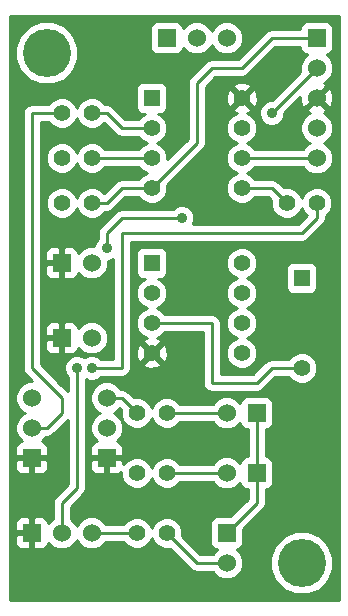
<source format=gtl>
G04 (created by PCBNEW (2013-07-07 BZR 4022)-stable) date 5/14/2015 8:52:31 PM*
%MOIN*%
G04 Gerber Fmt 3.4, Leading zero omitted, Abs format*
%FSLAX34Y34*%
G01*
G70*
G90*
G04 APERTURE LIST*
%ADD10C,0.00590551*%
%ADD11C,0.055*%
%ADD12R,0.06X0.06*%
%ADD13C,0.06*%
%ADD14R,0.055X0.055*%
%ADD15C,0.16*%
%ADD16C,0.035*%
%ADD17C,0.01*%
G04 APERTURE END LIST*
G54D10*
G54D11*
X71500Y-46500D03*
X70500Y-46500D03*
X69000Y-38000D03*
X68000Y-38000D03*
X69000Y-36500D03*
X68000Y-36500D03*
X75500Y-39500D03*
X76500Y-39500D03*
X69000Y-39500D03*
X68000Y-39500D03*
X71500Y-48500D03*
X70500Y-48500D03*
X71500Y-50500D03*
X70500Y-50500D03*
G54D12*
X76500Y-34000D03*
G54D13*
X76500Y-35000D03*
X76500Y-36000D03*
X76500Y-37000D03*
X76500Y-38000D03*
G54D12*
X67000Y-48000D03*
G54D13*
X67000Y-47000D03*
X67000Y-46000D03*
G54D12*
X69500Y-48000D03*
G54D13*
X69500Y-47000D03*
X69500Y-46000D03*
G54D12*
X67000Y-50500D03*
G54D13*
X68000Y-50500D03*
X69000Y-50500D03*
G54D12*
X74500Y-46500D03*
G54D13*
X73500Y-46500D03*
G54D12*
X74500Y-48500D03*
G54D13*
X73500Y-48500D03*
G54D12*
X73500Y-50500D03*
G54D13*
X73500Y-51500D03*
G54D12*
X68000Y-41500D03*
G54D13*
X69000Y-41500D03*
G54D12*
X68000Y-44000D03*
G54D13*
X69000Y-44000D03*
G54D14*
X71000Y-41500D03*
G54D11*
X71000Y-42500D03*
X71000Y-43500D03*
X71000Y-44500D03*
X74000Y-44500D03*
X74000Y-43500D03*
X74000Y-42500D03*
X74000Y-41500D03*
G54D14*
X71000Y-36000D03*
G54D11*
X71000Y-37000D03*
X71000Y-38000D03*
X71000Y-39000D03*
X74000Y-39000D03*
X74000Y-38000D03*
X74000Y-37000D03*
X74000Y-36000D03*
G54D14*
X76000Y-42000D03*
G54D11*
X76000Y-45000D03*
G54D15*
X67500Y-34500D03*
X76000Y-51500D03*
G54D12*
X71500Y-34000D03*
G54D13*
X72500Y-34000D03*
X73500Y-34000D03*
G54D16*
X69500Y-41000D03*
X72000Y-40000D03*
X69000Y-45000D03*
X68500Y-45000D03*
X75000Y-36500D03*
G54D17*
X69500Y-46000D02*
X70000Y-46000D01*
X70000Y-46000D02*
X70500Y-46500D01*
X70000Y-40000D02*
X69500Y-40500D01*
X69500Y-40500D02*
X69500Y-41000D01*
X72000Y-40000D02*
X70000Y-40000D01*
X69000Y-36500D02*
X69500Y-36500D01*
X70000Y-37000D02*
X71000Y-37000D01*
X69500Y-36500D02*
X70000Y-37000D01*
X69000Y-38000D02*
X71000Y-38000D01*
X71500Y-50500D02*
X72500Y-51500D01*
X72500Y-51500D02*
X73500Y-51500D01*
X71500Y-48500D02*
X73500Y-48500D01*
X76000Y-45000D02*
X75000Y-45000D01*
X73000Y-43500D02*
X71000Y-43500D01*
X73000Y-45500D02*
X73000Y-43500D01*
X74500Y-45500D02*
X73000Y-45500D01*
X75000Y-45000D02*
X74500Y-45500D01*
X74000Y-38000D02*
X76500Y-38000D01*
X76500Y-34000D02*
X75000Y-34000D01*
X72500Y-37500D02*
X71000Y-39000D01*
X72500Y-35500D02*
X72500Y-37500D01*
X73000Y-35000D02*
X72500Y-35500D01*
X74000Y-35000D02*
X73000Y-35000D01*
X75000Y-34000D02*
X74000Y-35000D01*
X69000Y-39500D02*
X69500Y-39500D01*
X70000Y-39000D02*
X71000Y-39000D01*
X69500Y-39500D02*
X70000Y-39000D01*
X71500Y-46500D02*
X73500Y-46500D01*
X76500Y-40000D02*
X76000Y-40500D01*
X76000Y-40500D02*
X70000Y-40500D01*
X70000Y-40500D02*
X70000Y-45000D01*
X70000Y-45000D02*
X69000Y-45000D01*
X76500Y-39500D02*
X76500Y-40000D01*
X68000Y-49500D02*
X68500Y-49000D01*
X68500Y-49000D02*
X68500Y-45000D01*
X68000Y-49500D02*
X68000Y-50500D01*
X74000Y-39000D02*
X75000Y-39000D01*
X75000Y-39000D02*
X75500Y-39500D01*
X69000Y-50500D02*
X70500Y-50500D01*
X67000Y-47000D02*
X67500Y-47000D01*
X67000Y-36500D02*
X68000Y-36500D01*
X67000Y-45000D02*
X67000Y-36500D01*
X68000Y-46000D02*
X67000Y-45000D01*
X68000Y-46500D02*
X68000Y-46000D01*
X67500Y-47000D02*
X68000Y-46500D01*
X76500Y-35000D02*
X75000Y-36500D01*
X74500Y-46500D02*
X74500Y-48500D01*
X73500Y-50500D02*
X74500Y-49500D01*
X74500Y-49500D02*
X74500Y-48500D01*
G54D10*
G36*
X77230Y-52730D02*
X77054Y-52730D01*
X77054Y-36081D01*
X77043Y-35863D01*
X76981Y-35712D01*
X76885Y-35684D01*
X76570Y-36000D01*
X76885Y-36315D01*
X76981Y-36287D01*
X77054Y-36081D01*
X77054Y-52730D01*
X77050Y-52730D01*
X77050Y-51292D01*
X77050Y-51291D01*
X77050Y-37891D01*
X76966Y-37688D01*
X76811Y-37534D01*
X76730Y-37500D01*
X76811Y-37466D01*
X76965Y-37311D01*
X77049Y-37109D01*
X77050Y-36891D01*
X76966Y-36688D01*
X76811Y-36534D01*
X76736Y-36502D01*
X76787Y-36481D01*
X76815Y-36385D01*
X76500Y-36070D01*
X76184Y-36385D01*
X76212Y-36481D01*
X76267Y-36500D01*
X76188Y-36533D01*
X76034Y-36688D01*
X75950Y-36890D01*
X75949Y-37108D01*
X76033Y-37311D01*
X76188Y-37465D01*
X76269Y-37499D01*
X76188Y-37533D01*
X76034Y-37688D01*
X76029Y-37700D01*
X74529Y-37700D01*
X74529Y-36075D01*
X74518Y-35867D01*
X74460Y-35727D01*
X74367Y-35702D01*
X74297Y-35773D01*
X74297Y-35632D01*
X74272Y-35539D01*
X74075Y-35470D01*
X73867Y-35481D01*
X73727Y-35539D01*
X73702Y-35632D01*
X74000Y-35929D01*
X74297Y-35632D01*
X74297Y-35773D01*
X74070Y-36000D01*
X74367Y-36297D01*
X74460Y-36272D01*
X74529Y-36075D01*
X74529Y-37700D01*
X74442Y-37700D01*
X74297Y-37555D01*
X74164Y-37499D01*
X74297Y-37445D01*
X74444Y-37297D01*
X74524Y-37104D01*
X74525Y-36896D01*
X74445Y-36703D01*
X74297Y-36555D01*
X74171Y-36502D01*
X74272Y-36460D01*
X74297Y-36367D01*
X74000Y-36070D01*
X73929Y-36141D01*
X73929Y-36000D01*
X73632Y-35702D01*
X73539Y-35727D01*
X73470Y-35924D01*
X73481Y-36132D01*
X73539Y-36272D01*
X73632Y-36297D01*
X73929Y-36000D01*
X73929Y-36141D01*
X73702Y-36367D01*
X73727Y-36460D01*
X73837Y-36499D01*
X73703Y-36554D01*
X73555Y-36702D01*
X73475Y-36895D01*
X73474Y-37103D01*
X73554Y-37297D01*
X73702Y-37444D01*
X73835Y-37500D01*
X73703Y-37554D01*
X73555Y-37702D01*
X73475Y-37895D01*
X73474Y-38103D01*
X73554Y-38297D01*
X73702Y-38444D01*
X73835Y-38500D01*
X73703Y-38554D01*
X73555Y-38702D01*
X73475Y-38895D01*
X73474Y-39103D01*
X73554Y-39297D01*
X73702Y-39444D01*
X73895Y-39524D01*
X74103Y-39525D01*
X74297Y-39445D01*
X74442Y-39300D01*
X74875Y-39300D01*
X74975Y-39399D01*
X74974Y-39603D01*
X75054Y-39797D01*
X75202Y-39944D01*
X75395Y-40024D01*
X75603Y-40025D01*
X75797Y-39945D01*
X75944Y-39797D01*
X76000Y-39664D01*
X76054Y-39797D01*
X76166Y-39909D01*
X75875Y-40200D01*
X72377Y-40200D01*
X72424Y-40084D01*
X72425Y-39915D01*
X72360Y-39759D01*
X72241Y-39639D01*
X72084Y-39575D01*
X71915Y-39574D01*
X71759Y-39639D01*
X71698Y-39700D01*
X70000Y-39700D01*
X69885Y-39722D01*
X69787Y-39787D01*
X69287Y-40287D01*
X69222Y-40385D01*
X69200Y-40500D01*
X69200Y-40698D01*
X69139Y-40758D01*
X69075Y-40915D01*
X69075Y-40950D01*
X68891Y-40949D01*
X68688Y-41033D01*
X68549Y-41172D01*
X68549Y-41150D01*
X68511Y-41058D01*
X68441Y-40987D01*
X68349Y-40949D01*
X68112Y-40950D01*
X68050Y-41012D01*
X68050Y-41450D01*
X68057Y-41450D01*
X68057Y-41550D01*
X68050Y-41550D01*
X68050Y-41987D01*
X68112Y-42050D01*
X68349Y-42050D01*
X68441Y-42012D01*
X68511Y-41941D01*
X68549Y-41849D01*
X68549Y-41827D01*
X68688Y-41965D01*
X68890Y-42049D01*
X69108Y-42050D01*
X69311Y-41966D01*
X69465Y-41811D01*
X69549Y-41609D01*
X69550Y-41425D01*
X69584Y-41425D01*
X69700Y-41377D01*
X69700Y-44700D01*
X69550Y-44700D01*
X69550Y-43891D01*
X69466Y-43688D01*
X69311Y-43534D01*
X69109Y-43450D01*
X68891Y-43449D01*
X68688Y-43533D01*
X68549Y-43672D01*
X68549Y-43650D01*
X68511Y-43558D01*
X68441Y-43487D01*
X68349Y-43449D01*
X68112Y-43450D01*
X68050Y-43512D01*
X68050Y-43950D01*
X68057Y-43950D01*
X68057Y-44050D01*
X68050Y-44050D01*
X68050Y-44487D01*
X68112Y-44550D01*
X68349Y-44550D01*
X68441Y-44512D01*
X68511Y-44441D01*
X68549Y-44349D01*
X68549Y-44327D01*
X68688Y-44465D01*
X68890Y-44549D01*
X69108Y-44550D01*
X69311Y-44466D01*
X69465Y-44311D01*
X69549Y-44109D01*
X69550Y-43891D01*
X69550Y-44700D01*
X69301Y-44700D01*
X69241Y-44639D01*
X69084Y-44575D01*
X68915Y-44574D01*
X68759Y-44639D01*
X68750Y-44648D01*
X68741Y-44639D01*
X68584Y-44575D01*
X68415Y-44574D01*
X68259Y-44639D01*
X68139Y-44758D01*
X68075Y-44915D01*
X68074Y-45084D01*
X68139Y-45240D01*
X68200Y-45301D01*
X68200Y-45775D01*
X67950Y-45525D01*
X67950Y-44487D01*
X67950Y-44050D01*
X67950Y-43950D01*
X67950Y-43512D01*
X67950Y-41987D01*
X67950Y-41550D01*
X67950Y-41450D01*
X67950Y-41012D01*
X67887Y-40950D01*
X67650Y-40949D01*
X67558Y-40987D01*
X67488Y-41058D01*
X67450Y-41150D01*
X67449Y-41249D01*
X67450Y-41387D01*
X67512Y-41450D01*
X67950Y-41450D01*
X67950Y-41550D01*
X67512Y-41550D01*
X67450Y-41612D01*
X67449Y-41750D01*
X67450Y-41849D01*
X67488Y-41941D01*
X67558Y-42012D01*
X67650Y-42050D01*
X67887Y-42050D01*
X67950Y-41987D01*
X67950Y-43512D01*
X67887Y-43450D01*
X67650Y-43449D01*
X67558Y-43487D01*
X67488Y-43558D01*
X67450Y-43650D01*
X67449Y-43749D01*
X67450Y-43887D01*
X67512Y-43950D01*
X67950Y-43950D01*
X67950Y-44050D01*
X67512Y-44050D01*
X67450Y-44112D01*
X67449Y-44250D01*
X67450Y-44349D01*
X67488Y-44441D01*
X67558Y-44512D01*
X67650Y-44550D01*
X67887Y-44550D01*
X67950Y-44487D01*
X67950Y-45525D01*
X67300Y-44875D01*
X67300Y-36800D01*
X67557Y-36800D01*
X67702Y-36944D01*
X67895Y-37024D01*
X68103Y-37025D01*
X68297Y-36945D01*
X68444Y-36797D01*
X68500Y-36664D01*
X68554Y-36797D01*
X68702Y-36944D01*
X68895Y-37024D01*
X69103Y-37025D01*
X69297Y-36945D01*
X69409Y-36833D01*
X69787Y-37212D01*
X69787Y-37212D01*
X69885Y-37277D01*
X70000Y-37300D01*
X70557Y-37300D01*
X70702Y-37444D01*
X70835Y-37500D01*
X70703Y-37554D01*
X70557Y-37700D01*
X69442Y-37700D01*
X69297Y-37555D01*
X69104Y-37475D01*
X68896Y-37474D01*
X68703Y-37554D01*
X68555Y-37702D01*
X68499Y-37835D01*
X68445Y-37703D01*
X68297Y-37555D01*
X68104Y-37475D01*
X67896Y-37474D01*
X67703Y-37554D01*
X67555Y-37702D01*
X67475Y-37895D01*
X67474Y-38103D01*
X67554Y-38297D01*
X67702Y-38444D01*
X67895Y-38524D01*
X68103Y-38525D01*
X68297Y-38445D01*
X68444Y-38297D01*
X68500Y-38164D01*
X68554Y-38297D01*
X68702Y-38444D01*
X68895Y-38524D01*
X69103Y-38525D01*
X69297Y-38445D01*
X69442Y-38300D01*
X70557Y-38300D01*
X70702Y-38444D01*
X70835Y-38500D01*
X70703Y-38554D01*
X70557Y-38700D01*
X70000Y-38700D01*
X69885Y-38722D01*
X69787Y-38787D01*
X69409Y-39166D01*
X69297Y-39055D01*
X69104Y-38975D01*
X68896Y-38974D01*
X68703Y-39054D01*
X68555Y-39202D01*
X68499Y-39335D01*
X68445Y-39203D01*
X68297Y-39055D01*
X68104Y-38975D01*
X67896Y-38974D01*
X67703Y-39054D01*
X67555Y-39202D01*
X67475Y-39395D01*
X67474Y-39603D01*
X67554Y-39797D01*
X67702Y-39944D01*
X67895Y-40024D01*
X68103Y-40025D01*
X68297Y-39945D01*
X68444Y-39797D01*
X68500Y-39664D01*
X68554Y-39797D01*
X68702Y-39944D01*
X68895Y-40024D01*
X69103Y-40025D01*
X69297Y-39945D01*
X69442Y-39800D01*
X69500Y-39800D01*
X69500Y-39799D01*
X69614Y-39777D01*
X69614Y-39777D01*
X69712Y-39712D01*
X70124Y-39300D01*
X70557Y-39300D01*
X70702Y-39444D01*
X70895Y-39524D01*
X71103Y-39525D01*
X71297Y-39445D01*
X71444Y-39297D01*
X71524Y-39104D01*
X71525Y-38899D01*
X72712Y-37712D01*
X72712Y-37712D01*
X72777Y-37614D01*
X72799Y-37500D01*
X72800Y-37500D01*
X72800Y-35624D01*
X73124Y-35300D01*
X74000Y-35300D01*
X74000Y-35299D01*
X74114Y-35277D01*
X74114Y-35277D01*
X74212Y-35212D01*
X75124Y-34300D01*
X75949Y-34300D01*
X75949Y-34349D01*
X75987Y-34441D01*
X76058Y-34511D01*
X76150Y-34549D01*
X76172Y-34549D01*
X76034Y-34688D01*
X75950Y-34890D01*
X75949Y-35108D01*
X75954Y-35120D01*
X75000Y-36075D01*
X74915Y-36074D01*
X74759Y-36139D01*
X74639Y-36258D01*
X74575Y-36415D01*
X74574Y-36584D01*
X74639Y-36740D01*
X74758Y-36860D01*
X74915Y-36924D01*
X75084Y-36925D01*
X75240Y-36860D01*
X75360Y-36741D01*
X75424Y-36584D01*
X75425Y-36499D01*
X75948Y-35976D01*
X75956Y-36136D01*
X76018Y-36287D01*
X76114Y-36315D01*
X76429Y-36000D01*
X76423Y-35994D01*
X76494Y-35923D01*
X76500Y-35929D01*
X76815Y-35614D01*
X76787Y-35518D01*
X76732Y-35499D01*
X76811Y-35466D01*
X76965Y-35311D01*
X77049Y-35109D01*
X77050Y-34891D01*
X76966Y-34688D01*
X76827Y-34550D01*
X76849Y-34550D01*
X76941Y-34512D01*
X77011Y-34441D01*
X77049Y-34349D01*
X77050Y-34250D01*
X77050Y-33650D01*
X77012Y-33558D01*
X76941Y-33488D01*
X76849Y-33450D01*
X76750Y-33449D01*
X76150Y-33449D01*
X76058Y-33487D01*
X75988Y-33558D01*
X75950Y-33650D01*
X75950Y-33700D01*
X75000Y-33700D01*
X74885Y-33722D01*
X74787Y-33787D01*
X74050Y-34525D01*
X74050Y-33891D01*
X73966Y-33688D01*
X73811Y-33534D01*
X73609Y-33450D01*
X73391Y-33449D01*
X73188Y-33533D01*
X73034Y-33688D01*
X73000Y-33769D01*
X72966Y-33688D01*
X72811Y-33534D01*
X72609Y-33450D01*
X72391Y-33449D01*
X72188Y-33533D01*
X72050Y-33672D01*
X72050Y-33650D01*
X72012Y-33558D01*
X71941Y-33488D01*
X71849Y-33450D01*
X71750Y-33449D01*
X71150Y-33449D01*
X71058Y-33487D01*
X70988Y-33558D01*
X70950Y-33650D01*
X70949Y-33749D01*
X70949Y-34349D01*
X70987Y-34441D01*
X71058Y-34511D01*
X71150Y-34549D01*
X71249Y-34550D01*
X71849Y-34550D01*
X71941Y-34512D01*
X72011Y-34441D01*
X72049Y-34349D01*
X72049Y-34327D01*
X72188Y-34465D01*
X72390Y-34549D01*
X72608Y-34550D01*
X72811Y-34466D01*
X72965Y-34311D01*
X72999Y-34230D01*
X73033Y-34311D01*
X73188Y-34465D01*
X73390Y-34549D01*
X73608Y-34550D01*
X73811Y-34466D01*
X73965Y-34311D01*
X74049Y-34109D01*
X74050Y-33891D01*
X74050Y-34525D01*
X73875Y-34700D01*
X73000Y-34700D01*
X72885Y-34722D01*
X72787Y-34787D01*
X72287Y-35287D01*
X72222Y-35385D01*
X72200Y-35500D01*
X72200Y-37375D01*
X71524Y-38050D01*
X71525Y-37896D01*
X71445Y-37703D01*
X71297Y-37555D01*
X71164Y-37499D01*
X71297Y-37445D01*
X71444Y-37297D01*
X71524Y-37104D01*
X71525Y-36896D01*
X71445Y-36703D01*
X71297Y-36555D01*
X71225Y-36525D01*
X71324Y-36525D01*
X71416Y-36487D01*
X71486Y-36416D01*
X71524Y-36324D01*
X71525Y-36225D01*
X71525Y-35675D01*
X71487Y-35583D01*
X71416Y-35513D01*
X71324Y-35475D01*
X71225Y-35474D01*
X70675Y-35474D01*
X70583Y-35512D01*
X70513Y-35583D01*
X70475Y-35675D01*
X70474Y-35774D01*
X70474Y-36324D01*
X70512Y-36416D01*
X70583Y-36486D01*
X70675Y-36524D01*
X70774Y-36525D01*
X70774Y-36525D01*
X70703Y-36554D01*
X70557Y-36700D01*
X70124Y-36700D01*
X69712Y-36287D01*
X69614Y-36222D01*
X69500Y-36200D01*
X69442Y-36200D01*
X69297Y-36055D01*
X69104Y-35975D01*
X68896Y-35974D01*
X68703Y-36054D01*
X68555Y-36202D01*
X68550Y-36214D01*
X68550Y-34292D01*
X68390Y-33906D01*
X68095Y-33610D01*
X67709Y-33450D01*
X67292Y-33449D01*
X66906Y-33609D01*
X66610Y-33904D01*
X66450Y-34290D01*
X66449Y-34707D01*
X66609Y-35094D01*
X66904Y-35389D01*
X67290Y-35549D01*
X67707Y-35550D01*
X68094Y-35390D01*
X68389Y-35095D01*
X68549Y-34709D01*
X68550Y-34292D01*
X68550Y-36214D01*
X68499Y-36335D01*
X68445Y-36203D01*
X68297Y-36055D01*
X68104Y-35975D01*
X67896Y-35974D01*
X67703Y-36054D01*
X67557Y-36200D01*
X67000Y-36200D01*
X66885Y-36222D01*
X66787Y-36287D01*
X66722Y-36385D01*
X66700Y-36500D01*
X66700Y-45000D01*
X66722Y-45114D01*
X66787Y-45212D01*
X67025Y-45450D01*
X66891Y-45449D01*
X66688Y-45533D01*
X66534Y-45688D01*
X66450Y-45890D01*
X66449Y-46108D01*
X66533Y-46311D01*
X66688Y-46465D01*
X66769Y-46499D01*
X66688Y-46533D01*
X66534Y-46688D01*
X66450Y-46890D01*
X66449Y-47108D01*
X66533Y-47311D01*
X66672Y-47450D01*
X66650Y-47450D01*
X66558Y-47488D01*
X66487Y-47558D01*
X66449Y-47650D01*
X66450Y-47887D01*
X66512Y-47950D01*
X66950Y-47950D01*
X66950Y-47942D01*
X67050Y-47942D01*
X67050Y-47950D01*
X67487Y-47950D01*
X67550Y-47887D01*
X67550Y-47650D01*
X67512Y-47558D01*
X67441Y-47488D01*
X67349Y-47450D01*
X67327Y-47450D01*
X67465Y-47311D01*
X67470Y-47300D01*
X67500Y-47300D01*
X67500Y-47299D01*
X67614Y-47277D01*
X67614Y-47277D01*
X67712Y-47212D01*
X68200Y-46724D01*
X68200Y-48875D01*
X67787Y-49287D01*
X67722Y-49385D01*
X67700Y-49500D01*
X67700Y-50028D01*
X67688Y-50033D01*
X67550Y-50172D01*
X67550Y-48349D01*
X67550Y-48112D01*
X67487Y-48050D01*
X67050Y-48050D01*
X67050Y-48487D01*
X67112Y-48550D01*
X67250Y-48550D01*
X67349Y-48549D01*
X67441Y-48511D01*
X67512Y-48441D01*
X67550Y-48349D01*
X67550Y-50172D01*
X67549Y-50172D01*
X67549Y-50150D01*
X67511Y-50058D01*
X67441Y-49987D01*
X67349Y-49949D01*
X67112Y-49950D01*
X67050Y-50012D01*
X67050Y-50450D01*
X67057Y-50450D01*
X67057Y-50550D01*
X67050Y-50550D01*
X67050Y-50987D01*
X67112Y-51050D01*
X67349Y-51050D01*
X67441Y-51012D01*
X67511Y-50941D01*
X67549Y-50849D01*
X67549Y-50827D01*
X67688Y-50965D01*
X67890Y-51049D01*
X68108Y-51050D01*
X68311Y-50966D01*
X68465Y-50811D01*
X68499Y-50730D01*
X68533Y-50811D01*
X68688Y-50965D01*
X68890Y-51049D01*
X69108Y-51050D01*
X69311Y-50966D01*
X69465Y-50811D01*
X69470Y-50800D01*
X70057Y-50800D01*
X70202Y-50944D01*
X70395Y-51024D01*
X70603Y-51025D01*
X70797Y-50945D01*
X70944Y-50797D01*
X71000Y-50664D01*
X71054Y-50797D01*
X71202Y-50944D01*
X71395Y-51024D01*
X71600Y-51025D01*
X72287Y-51712D01*
X72287Y-51712D01*
X72385Y-51777D01*
X72500Y-51800D01*
X73028Y-51800D01*
X73033Y-51811D01*
X73188Y-51965D01*
X73390Y-52049D01*
X73608Y-52050D01*
X73811Y-51966D01*
X73965Y-51811D01*
X74049Y-51609D01*
X74050Y-51391D01*
X73966Y-51188D01*
X73827Y-51050D01*
X73849Y-51050D01*
X73941Y-51012D01*
X74011Y-50941D01*
X74049Y-50849D01*
X74050Y-50750D01*
X74050Y-50374D01*
X74712Y-49712D01*
X74712Y-49712D01*
X74777Y-49614D01*
X74799Y-49500D01*
X74800Y-49500D01*
X74800Y-49050D01*
X74849Y-49050D01*
X74941Y-49012D01*
X75011Y-48941D01*
X75049Y-48849D01*
X75050Y-48750D01*
X75050Y-48150D01*
X75012Y-48058D01*
X74941Y-47988D01*
X74849Y-47950D01*
X74800Y-47950D01*
X74800Y-47050D01*
X74849Y-47050D01*
X74941Y-47012D01*
X75011Y-46941D01*
X75049Y-46849D01*
X75050Y-46750D01*
X75050Y-46150D01*
X75012Y-46058D01*
X74941Y-45988D01*
X74849Y-45950D01*
X74750Y-45949D01*
X74150Y-45949D01*
X74058Y-45987D01*
X73988Y-46058D01*
X73950Y-46150D01*
X73950Y-46172D01*
X73811Y-46034D01*
X73609Y-45950D01*
X73391Y-45949D01*
X73188Y-46033D01*
X73034Y-46188D01*
X73029Y-46200D01*
X71942Y-46200D01*
X71797Y-46055D01*
X71604Y-45975D01*
X71529Y-45975D01*
X71529Y-44575D01*
X71518Y-44367D01*
X71460Y-44227D01*
X71367Y-44202D01*
X71070Y-44500D01*
X71367Y-44797D01*
X71460Y-44772D01*
X71529Y-44575D01*
X71529Y-45975D01*
X71396Y-45974D01*
X71297Y-46015D01*
X71297Y-44867D01*
X71000Y-44570D01*
X70929Y-44641D01*
X70929Y-44500D01*
X70632Y-44202D01*
X70539Y-44227D01*
X70470Y-44424D01*
X70481Y-44632D01*
X70539Y-44772D01*
X70632Y-44797D01*
X70929Y-44500D01*
X70929Y-44641D01*
X70702Y-44867D01*
X70727Y-44960D01*
X70924Y-45029D01*
X71132Y-45018D01*
X71272Y-44960D01*
X71297Y-44867D01*
X71297Y-46015D01*
X71203Y-46054D01*
X71055Y-46202D01*
X70999Y-46335D01*
X70945Y-46203D01*
X70797Y-46055D01*
X70604Y-45975D01*
X70399Y-45974D01*
X70212Y-45787D01*
X70114Y-45722D01*
X70000Y-45700D01*
X69971Y-45700D01*
X69966Y-45688D01*
X69811Y-45534D01*
X69609Y-45450D01*
X69391Y-45449D01*
X69188Y-45533D01*
X69034Y-45688D01*
X68950Y-45890D01*
X68949Y-46108D01*
X69033Y-46311D01*
X69188Y-46465D01*
X69269Y-46499D01*
X69188Y-46533D01*
X69034Y-46688D01*
X68950Y-46890D01*
X68949Y-47108D01*
X69033Y-47311D01*
X69172Y-47450D01*
X69150Y-47450D01*
X69058Y-47488D01*
X68987Y-47558D01*
X68949Y-47650D01*
X68950Y-47887D01*
X69012Y-47950D01*
X69450Y-47950D01*
X69450Y-47942D01*
X69550Y-47942D01*
X69550Y-47950D01*
X69987Y-47950D01*
X70050Y-47887D01*
X70050Y-47650D01*
X70012Y-47558D01*
X69941Y-47488D01*
X69849Y-47450D01*
X69827Y-47450D01*
X69965Y-47311D01*
X70049Y-47109D01*
X70050Y-46891D01*
X69966Y-46688D01*
X69811Y-46534D01*
X69730Y-46500D01*
X69811Y-46466D01*
X69926Y-46351D01*
X69975Y-46399D01*
X69974Y-46603D01*
X70054Y-46797D01*
X70202Y-46944D01*
X70395Y-47024D01*
X70603Y-47025D01*
X70797Y-46945D01*
X70944Y-46797D01*
X71000Y-46664D01*
X71054Y-46797D01*
X71202Y-46944D01*
X71395Y-47024D01*
X71603Y-47025D01*
X71797Y-46945D01*
X71942Y-46800D01*
X73028Y-46800D01*
X73033Y-46811D01*
X73188Y-46965D01*
X73390Y-47049D01*
X73608Y-47050D01*
X73811Y-46966D01*
X73949Y-46827D01*
X73949Y-46849D01*
X73987Y-46941D01*
X74058Y-47011D01*
X74150Y-47049D01*
X74200Y-47049D01*
X74200Y-47949D01*
X74150Y-47949D01*
X74058Y-47987D01*
X73988Y-48058D01*
X73950Y-48150D01*
X73950Y-48172D01*
X73811Y-48034D01*
X73609Y-47950D01*
X73391Y-47949D01*
X73188Y-48033D01*
X73034Y-48188D01*
X73029Y-48200D01*
X71942Y-48200D01*
X71797Y-48055D01*
X71604Y-47975D01*
X71396Y-47974D01*
X71203Y-48054D01*
X71055Y-48202D01*
X70999Y-48335D01*
X70945Y-48203D01*
X70797Y-48055D01*
X70604Y-47975D01*
X70396Y-47974D01*
X70203Y-48054D01*
X70055Y-48202D01*
X70050Y-48214D01*
X70050Y-48112D01*
X69987Y-48050D01*
X69550Y-48050D01*
X69550Y-48487D01*
X69612Y-48550D01*
X69750Y-48550D01*
X69849Y-48549D01*
X69941Y-48511D01*
X69975Y-48478D01*
X69974Y-48603D01*
X70054Y-48797D01*
X70202Y-48944D01*
X70395Y-49024D01*
X70603Y-49025D01*
X70797Y-48945D01*
X70944Y-48797D01*
X71000Y-48664D01*
X71054Y-48797D01*
X71202Y-48944D01*
X71395Y-49024D01*
X71603Y-49025D01*
X71797Y-48945D01*
X71942Y-48800D01*
X73028Y-48800D01*
X73033Y-48811D01*
X73188Y-48965D01*
X73390Y-49049D01*
X73608Y-49050D01*
X73811Y-48966D01*
X73949Y-48827D01*
X73949Y-48849D01*
X73987Y-48941D01*
X74058Y-49011D01*
X74150Y-49049D01*
X74200Y-49049D01*
X74200Y-49375D01*
X73625Y-49949D01*
X73150Y-49949D01*
X73058Y-49987D01*
X72988Y-50058D01*
X72950Y-50150D01*
X72949Y-50249D01*
X72949Y-50849D01*
X72987Y-50941D01*
X73058Y-51011D01*
X73150Y-51049D01*
X73172Y-51049D01*
X73034Y-51188D01*
X73029Y-51200D01*
X72624Y-51200D01*
X72024Y-50600D01*
X72025Y-50396D01*
X71945Y-50203D01*
X71797Y-50055D01*
X71604Y-49975D01*
X71396Y-49974D01*
X71203Y-50054D01*
X71055Y-50202D01*
X70999Y-50335D01*
X70945Y-50203D01*
X70797Y-50055D01*
X70604Y-49975D01*
X70396Y-49974D01*
X70203Y-50054D01*
X70057Y-50200D01*
X69471Y-50200D01*
X69466Y-50188D01*
X69450Y-50172D01*
X69450Y-48487D01*
X69450Y-48050D01*
X69012Y-48050D01*
X68950Y-48112D01*
X68949Y-48349D01*
X68987Y-48441D01*
X69058Y-48511D01*
X69150Y-48549D01*
X69249Y-48550D01*
X69387Y-48550D01*
X69450Y-48487D01*
X69450Y-50172D01*
X69311Y-50034D01*
X69109Y-49950D01*
X68891Y-49949D01*
X68688Y-50033D01*
X68534Y-50188D01*
X68500Y-50269D01*
X68466Y-50188D01*
X68311Y-50034D01*
X68300Y-50029D01*
X68300Y-49624D01*
X68712Y-49212D01*
X68712Y-49212D01*
X68777Y-49114D01*
X68799Y-49000D01*
X68800Y-49000D01*
X68800Y-45377D01*
X68915Y-45424D01*
X69084Y-45425D01*
X69240Y-45360D01*
X69301Y-45300D01*
X70000Y-45300D01*
X70114Y-45277D01*
X70212Y-45212D01*
X70277Y-45114D01*
X70300Y-45000D01*
X70300Y-40800D01*
X76000Y-40800D01*
X76000Y-40799D01*
X76114Y-40777D01*
X76114Y-40777D01*
X76212Y-40712D01*
X76712Y-40212D01*
X76712Y-40212D01*
X76777Y-40114D01*
X76799Y-40000D01*
X76800Y-40000D01*
X76800Y-39942D01*
X76944Y-39797D01*
X77024Y-39604D01*
X77025Y-39396D01*
X76945Y-39203D01*
X76797Y-39055D01*
X76604Y-38975D01*
X76396Y-38974D01*
X76203Y-39054D01*
X76055Y-39202D01*
X75999Y-39335D01*
X75945Y-39203D01*
X75797Y-39055D01*
X75604Y-38975D01*
X75399Y-38974D01*
X75212Y-38787D01*
X75114Y-38722D01*
X75000Y-38700D01*
X74442Y-38700D01*
X74297Y-38555D01*
X74164Y-38499D01*
X74297Y-38445D01*
X74442Y-38300D01*
X76028Y-38300D01*
X76033Y-38311D01*
X76188Y-38465D01*
X76390Y-38549D01*
X76608Y-38550D01*
X76811Y-38466D01*
X76965Y-38311D01*
X77049Y-38109D01*
X77050Y-37891D01*
X77050Y-51291D01*
X76890Y-50906D01*
X76595Y-50610D01*
X76525Y-50581D01*
X76525Y-44896D01*
X76525Y-44895D01*
X76525Y-42225D01*
X76525Y-41675D01*
X76487Y-41583D01*
X76416Y-41513D01*
X76324Y-41475D01*
X76225Y-41474D01*
X75675Y-41474D01*
X75583Y-41512D01*
X75513Y-41583D01*
X75475Y-41675D01*
X75474Y-41774D01*
X75474Y-42324D01*
X75512Y-42416D01*
X75583Y-42486D01*
X75675Y-42524D01*
X75774Y-42525D01*
X76324Y-42525D01*
X76416Y-42487D01*
X76486Y-42416D01*
X76524Y-42324D01*
X76525Y-42225D01*
X76525Y-44895D01*
X76445Y-44703D01*
X76297Y-44555D01*
X76104Y-44475D01*
X75896Y-44474D01*
X75703Y-44554D01*
X75557Y-44700D01*
X75000Y-44700D01*
X74885Y-44722D01*
X74787Y-44787D01*
X74525Y-45050D01*
X74525Y-44396D01*
X74445Y-44203D01*
X74297Y-44055D01*
X74164Y-43999D01*
X74297Y-43945D01*
X74444Y-43797D01*
X74524Y-43604D01*
X74525Y-43396D01*
X74445Y-43203D01*
X74297Y-43055D01*
X74164Y-42999D01*
X74297Y-42945D01*
X74444Y-42797D01*
X74524Y-42604D01*
X74525Y-42396D01*
X74445Y-42203D01*
X74297Y-42055D01*
X74164Y-41999D01*
X74297Y-41945D01*
X74444Y-41797D01*
X74524Y-41604D01*
X74525Y-41396D01*
X74445Y-41203D01*
X74297Y-41055D01*
X74104Y-40975D01*
X73896Y-40974D01*
X73703Y-41054D01*
X73555Y-41202D01*
X73475Y-41395D01*
X73474Y-41603D01*
X73554Y-41797D01*
X73702Y-41944D01*
X73835Y-42000D01*
X73703Y-42054D01*
X73555Y-42202D01*
X73475Y-42395D01*
X73474Y-42603D01*
X73554Y-42797D01*
X73702Y-42944D01*
X73835Y-43000D01*
X73703Y-43054D01*
X73555Y-43202D01*
X73475Y-43395D01*
X73474Y-43603D01*
X73554Y-43797D01*
X73702Y-43944D01*
X73835Y-44000D01*
X73703Y-44054D01*
X73555Y-44202D01*
X73475Y-44395D01*
X73474Y-44603D01*
X73554Y-44797D01*
X73702Y-44944D01*
X73895Y-45024D01*
X74103Y-45025D01*
X74297Y-44945D01*
X74444Y-44797D01*
X74524Y-44604D01*
X74525Y-44396D01*
X74525Y-45050D01*
X74375Y-45200D01*
X73300Y-45200D01*
X73300Y-43500D01*
X73277Y-43385D01*
X73212Y-43287D01*
X73114Y-43222D01*
X73000Y-43200D01*
X71442Y-43200D01*
X71297Y-43055D01*
X71164Y-42999D01*
X71297Y-42945D01*
X71444Y-42797D01*
X71524Y-42604D01*
X71525Y-42396D01*
X71445Y-42203D01*
X71297Y-42055D01*
X71225Y-42025D01*
X71324Y-42025D01*
X71416Y-41987D01*
X71486Y-41916D01*
X71524Y-41824D01*
X71525Y-41725D01*
X71525Y-41175D01*
X71487Y-41083D01*
X71416Y-41013D01*
X71324Y-40975D01*
X71225Y-40974D01*
X70675Y-40974D01*
X70583Y-41012D01*
X70513Y-41083D01*
X70475Y-41175D01*
X70474Y-41274D01*
X70474Y-41824D01*
X70512Y-41916D01*
X70583Y-41986D01*
X70675Y-42024D01*
X70774Y-42025D01*
X70774Y-42025D01*
X70703Y-42054D01*
X70555Y-42202D01*
X70475Y-42395D01*
X70474Y-42603D01*
X70554Y-42797D01*
X70702Y-42944D01*
X70835Y-43000D01*
X70703Y-43054D01*
X70555Y-43202D01*
X70475Y-43395D01*
X70474Y-43603D01*
X70554Y-43797D01*
X70702Y-43944D01*
X70828Y-43997D01*
X70727Y-44039D01*
X70702Y-44132D01*
X71000Y-44429D01*
X71297Y-44132D01*
X71272Y-44039D01*
X71162Y-44000D01*
X71297Y-43945D01*
X71442Y-43800D01*
X72700Y-43800D01*
X72700Y-45500D01*
X72722Y-45614D01*
X72787Y-45712D01*
X72885Y-45777D01*
X73000Y-45800D01*
X74500Y-45800D01*
X74500Y-45799D01*
X74614Y-45777D01*
X74614Y-45777D01*
X74712Y-45712D01*
X75124Y-45300D01*
X75557Y-45300D01*
X75702Y-45444D01*
X75895Y-45524D01*
X76103Y-45525D01*
X76297Y-45445D01*
X76444Y-45297D01*
X76524Y-45104D01*
X76525Y-44896D01*
X76525Y-50581D01*
X76209Y-50450D01*
X75792Y-50449D01*
X75406Y-50609D01*
X75110Y-50904D01*
X74950Y-51290D01*
X74949Y-51707D01*
X75109Y-52094D01*
X75404Y-52389D01*
X75790Y-52549D01*
X76207Y-52550D01*
X76594Y-52390D01*
X76889Y-52095D01*
X77049Y-51709D01*
X77050Y-51292D01*
X77050Y-52730D01*
X66950Y-52730D01*
X66950Y-50987D01*
X66950Y-50550D01*
X66950Y-50450D01*
X66950Y-50012D01*
X66950Y-48487D01*
X66950Y-48050D01*
X66512Y-48050D01*
X66450Y-48112D01*
X66449Y-48349D01*
X66487Y-48441D01*
X66558Y-48511D01*
X66650Y-48549D01*
X66749Y-48550D01*
X66887Y-48550D01*
X66950Y-48487D01*
X66950Y-50012D01*
X66887Y-49950D01*
X66650Y-49949D01*
X66558Y-49987D01*
X66488Y-50058D01*
X66450Y-50150D01*
X66449Y-50249D01*
X66450Y-50387D01*
X66512Y-50450D01*
X66950Y-50450D01*
X66950Y-50550D01*
X66512Y-50550D01*
X66450Y-50612D01*
X66449Y-50750D01*
X66450Y-50849D01*
X66488Y-50941D01*
X66558Y-51012D01*
X66650Y-51050D01*
X66887Y-51050D01*
X66950Y-50987D01*
X66950Y-52730D01*
X66269Y-52730D01*
X66269Y-52500D01*
X66269Y-33269D01*
X77230Y-33269D01*
X77230Y-52500D01*
X77230Y-52730D01*
X77230Y-52730D01*
G37*
G54D17*
X77230Y-52730D02*
X77054Y-52730D01*
X77054Y-36081D01*
X77043Y-35863D01*
X76981Y-35712D01*
X76885Y-35684D01*
X76570Y-36000D01*
X76885Y-36315D01*
X76981Y-36287D01*
X77054Y-36081D01*
X77054Y-52730D01*
X77050Y-52730D01*
X77050Y-51292D01*
X77050Y-51291D01*
X77050Y-37891D01*
X76966Y-37688D01*
X76811Y-37534D01*
X76730Y-37500D01*
X76811Y-37466D01*
X76965Y-37311D01*
X77049Y-37109D01*
X77050Y-36891D01*
X76966Y-36688D01*
X76811Y-36534D01*
X76736Y-36502D01*
X76787Y-36481D01*
X76815Y-36385D01*
X76500Y-36070D01*
X76184Y-36385D01*
X76212Y-36481D01*
X76267Y-36500D01*
X76188Y-36533D01*
X76034Y-36688D01*
X75950Y-36890D01*
X75949Y-37108D01*
X76033Y-37311D01*
X76188Y-37465D01*
X76269Y-37499D01*
X76188Y-37533D01*
X76034Y-37688D01*
X76029Y-37700D01*
X74529Y-37700D01*
X74529Y-36075D01*
X74518Y-35867D01*
X74460Y-35727D01*
X74367Y-35702D01*
X74297Y-35773D01*
X74297Y-35632D01*
X74272Y-35539D01*
X74075Y-35470D01*
X73867Y-35481D01*
X73727Y-35539D01*
X73702Y-35632D01*
X74000Y-35929D01*
X74297Y-35632D01*
X74297Y-35773D01*
X74070Y-36000D01*
X74367Y-36297D01*
X74460Y-36272D01*
X74529Y-36075D01*
X74529Y-37700D01*
X74442Y-37700D01*
X74297Y-37555D01*
X74164Y-37499D01*
X74297Y-37445D01*
X74444Y-37297D01*
X74524Y-37104D01*
X74525Y-36896D01*
X74445Y-36703D01*
X74297Y-36555D01*
X74171Y-36502D01*
X74272Y-36460D01*
X74297Y-36367D01*
X74000Y-36070D01*
X73929Y-36141D01*
X73929Y-36000D01*
X73632Y-35702D01*
X73539Y-35727D01*
X73470Y-35924D01*
X73481Y-36132D01*
X73539Y-36272D01*
X73632Y-36297D01*
X73929Y-36000D01*
X73929Y-36141D01*
X73702Y-36367D01*
X73727Y-36460D01*
X73837Y-36499D01*
X73703Y-36554D01*
X73555Y-36702D01*
X73475Y-36895D01*
X73474Y-37103D01*
X73554Y-37297D01*
X73702Y-37444D01*
X73835Y-37500D01*
X73703Y-37554D01*
X73555Y-37702D01*
X73475Y-37895D01*
X73474Y-38103D01*
X73554Y-38297D01*
X73702Y-38444D01*
X73835Y-38500D01*
X73703Y-38554D01*
X73555Y-38702D01*
X73475Y-38895D01*
X73474Y-39103D01*
X73554Y-39297D01*
X73702Y-39444D01*
X73895Y-39524D01*
X74103Y-39525D01*
X74297Y-39445D01*
X74442Y-39300D01*
X74875Y-39300D01*
X74975Y-39399D01*
X74974Y-39603D01*
X75054Y-39797D01*
X75202Y-39944D01*
X75395Y-40024D01*
X75603Y-40025D01*
X75797Y-39945D01*
X75944Y-39797D01*
X76000Y-39664D01*
X76054Y-39797D01*
X76166Y-39909D01*
X75875Y-40200D01*
X72377Y-40200D01*
X72424Y-40084D01*
X72425Y-39915D01*
X72360Y-39759D01*
X72241Y-39639D01*
X72084Y-39575D01*
X71915Y-39574D01*
X71759Y-39639D01*
X71698Y-39700D01*
X70000Y-39700D01*
X69885Y-39722D01*
X69787Y-39787D01*
X69287Y-40287D01*
X69222Y-40385D01*
X69200Y-40500D01*
X69200Y-40698D01*
X69139Y-40758D01*
X69075Y-40915D01*
X69075Y-40950D01*
X68891Y-40949D01*
X68688Y-41033D01*
X68549Y-41172D01*
X68549Y-41150D01*
X68511Y-41058D01*
X68441Y-40987D01*
X68349Y-40949D01*
X68112Y-40950D01*
X68050Y-41012D01*
X68050Y-41450D01*
X68057Y-41450D01*
X68057Y-41550D01*
X68050Y-41550D01*
X68050Y-41987D01*
X68112Y-42050D01*
X68349Y-42050D01*
X68441Y-42012D01*
X68511Y-41941D01*
X68549Y-41849D01*
X68549Y-41827D01*
X68688Y-41965D01*
X68890Y-42049D01*
X69108Y-42050D01*
X69311Y-41966D01*
X69465Y-41811D01*
X69549Y-41609D01*
X69550Y-41425D01*
X69584Y-41425D01*
X69700Y-41377D01*
X69700Y-44700D01*
X69550Y-44700D01*
X69550Y-43891D01*
X69466Y-43688D01*
X69311Y-43534D01*
X69109Y-43450D01*
X68891Y-43449D01*
X68688Y-43533D01*
X68549Y-43672D01*
X68549Y-43650D01*
X68511Y-43558D01*
X68441Y-43487D01*
X68349Y-43449D01*
X68112Y-43450D01*
X68050Y-43512D01*
X68050Y-43950D01*
X68057Y-43950D01*
X68057Y-44050D01*
X68050Y-44050D01*
X68050Y-44487D01*
X68112Y-44550D01*
X68349Y-44550D01*
X68441Y-44512D01*
X68511Y-44441D01*
X68549Y-44349D01*
X68549Y-44327D01*
X68688Y-44465D01*
X68890Y-44549D01*
X69108Y-44550D01*
X69311Y-44466D01*
X69465Y-44311D01*
X69549Y-44109D01*
X69550Y-43891D01*
X69550Y-44700D01*
X69301Y-44700D01*
X69241Y-44639D01*
X69084Y-44575D01*
X68915Y-44574D01*
X68759Y-44639D01*
X68750Y-44648D01*
X68741Y-44639D01*
X68584Y-44575D01*
X68415Y-44574D01*
X68259Y-44639D01*
X68139Y-44758D01*
X68075Y-44915D01*
X68074Y-45084D01*
X68139Y-45240D01*
X68200Y-45301D01*
X68200Y-45775D01*
X67950Y-45525D01*
X67950Y-44487D01*
X67950Y-44050D01*
X67950Y-43950D01*
X67950Y-43512D01*
X67950Y-41987D01*
X67950Y-41550D01*
X67950Y-41450D01*
X67950Y-41012D01*
X67887Y-40950D01*
X67650Y-40949D01*
X67558Y-40987D01*
X67488Y-41058D01*
X67450Y-41150D01*
X67449Y-41249D01*
X67450Y-41387D01*
X67512Y-41450D01*
X67950Y-41450D01*
X67950Y-41550D01*
X67512Y-41550D01*
X67450Y-41612D01*
X67449Y-41750D01*
X67450Y-41849D01*
X67488Y-41941D01*
X67558Y-42012D01*
X67650Y-42050D01*
X67887Y-42050D01*
X67950Y-41987D01*
X67950Y-43512D01*
X67887Y-43450D01*
X67650Y-43449D01*
X67558Y-43487D01*
X67488Y-43558D01*
X67450Y-43650D01*
X67449Y-43749D01*
X67450Y-43887D01*
X67512Y-43950D01*
X67950Y-43950D01*
X67950Y-44050D01*
X67512Y-44050D01*
X67450Y-44112D01*
X67449Y-44250D01*
X67450Y-44349D01*
X67488Y-44441D01*
X67558Y-44512D01*
X67650Y-44550D01*
X67887Y-44550D01*
X67950Y-44487D01*
X67950Y-45525D01*
X67300Y-44875D01*
X67300Y-36800D01*
X67557Y-36800D01*
X67702Y-36944D01*
X67895Y-37024D01*
X68103Y-37025D01*
X68297Y-36945D01*
X68444Y-36797D01*
X68500Y-36664D01*
X68554Y-36797D01*
X68702Y-36944D01*
X68895Y-37024D01*
X69103Y-37025D01*
X69297Y-36945D01*
X69409Y-36833D01*
X69787Y-37212D01*
X69787Y-37212D01*
X69885Y-37277D01*
X70000Y-37300D01*
X70557Y-37300D01*
X70702Y-37444D01*
X70835Y-37500D01*
X70703Y-37554D01*
X70557Y-37700D01*
X69442Y-37700D01*
X69297Y-37555D01*
X69104Y-37475D01*
X68896Y-37474D01*
X68703Y-37554D01*
X68555Y-37702D01*
X68499Y-37835D01*
X68445Y-37703D01*
X68297Y-37555D01*
X68104Y-37475D01*
X67896Y-37474D01*
X67703Y-37554D01*
X67555Y-37702D01*
X67475Y-37895D01*
X67474Y-38103D01*
X67554Y-38297D01*
X67702Y-38444D01*
X67895Y-38524D01*
X68103Y-38525D01*
X68297Y-38445D01*
X68444Y-38297D01*
X68500Y-38164D01*
X68554Y-38297D01*
X68702Y-38444D01*
X68895Y-38524D01*
X69103Y-38525D01*
X69297Y-38445D01*
X69442Y-38300D01*
X70557Y-38300D01*
X70702Y-38444D01*
X70835Y-38500D01*
X70703Y-38554D01*
X70557Y-38700D01*
X70000Y-38700D01*
X69885Y-38722D01*
X69787Y-38787D01*
X69409Y-39166D01*
X69297Y-39055D01*
X69104Y-38975D01*
X68896Y-38974D01*
X68703Y-39054D01*
X68555Y-39202D01*
X68499Y-39335D01*
X68445Y-39203D01*
X68297Y-39055D01*
X68104Y-38975D01*
X67896Y-38974D01*
X67703Y-39054D01*
X67555Y-39202D01*
X67475Y-39395D01*
X67474Y-39603D01*
X67554Y-39797D01*
X67702Y-39944D01*
X67895Y-40024D01*
X68103Y-40025D01*
X68297Y-39945D01*
X68444Y-39797D01*
X68500Y-39664D01*
X68554Y-39797D01*
X68702Y-39944D01*
X68895Y-40024D01*
X69103Y-40025D01*
X69297Y-39945D01*
X69442Y-39800D01*
X69500Y-39800D01*
X69500Y-39799D01*
X69614Y-39777D01*
X69614Y-39777D01*
X69712Y-39712D01*
X70124Y-39300D01*
X70557Y-39300D01*
X70702Y-39444D01*
X70895Y-39524D01*
X71103Y-39525D01*
X71297Y-39445D01*
X71444Y-39297D01*
X71524Y-39104D01*
X71525Y-38899D01*
X72712Y-37712D01*
X72712Y-37712D01*
X72777Y-37614D01*
X72799Y-37500D01*
X72800Y-37500D01*
X72800Y-35624D01*
X73124Y-35300D01*
X74000Y-35300D01*
X74000Y-35299D01*
X74114Y-35277D01*
X74114Y-35277D01*
X74212Y-35212D01*
X75124Y-34300D01*
X75949Y-34300D01*
X75949Y-34349D01*
X75987Y-34441D01*
X76058Y-34511D01*
X76150Y-34549D01*
X76172Y-34549D01*
X76034Y-34688D01*
X75950Y-34890D01*
X75949Y-35108D01*
X75954Y-35120D01*
X75000Y-36075D01*
X74915Y-36074D01*
X74759Y-36139D01*
X74639Y-36258D01*
X74575Y-36415D01*
X74574Y-36584D01*
X74639Y-36740D01*
X74758Y-36860D01*
X74915Y-36924D01*
X75084Y-36925D01*
X75240Y-36860D01*
X75360Y-36741D01*
X75424Y-36584D01*
X75425Y-36499D01*
X75948Y-35976D01*
X75956Y-36136D01*
X76018Y-36287D01*
X76114Y-36315D01*
X76429Y-36000D01*
X76423Y-35994D01*
X76494Y-35923D01*
X76500Y-35929D01*
X76815Y-35614D01*
X76787Y-35518D01*
X76732Y-35499D01*
X76811Y-35466D01*
X76965Y-35311D01*
X77049Y-35109D01*
X77050Y-34891D01*
X76966Y-34688D01*
X76827Y-34550D01*
X76849Y-34550D01*
X76941Y-34512D01*
X77011Y-34441D01*
X77049Y-34349D01*
X77050Y-34250D01*
X77050Y-33650D01*
X77012Y-33558D01*
X76941Y-33488D01*
X76849Y-33450D01*
X76750Y-33449D01*
X76150Y-33449D01*
X76058Y-33487D01*
X75988Y-33558D01*
X75950Y-33650D01*
X75950Y-33700D01*
X75000Y-33700D01*
X74885Y-33722D01*
X74787Y-33787D01*
X74050Y-34525D01*
X74050Y-33891D01*
X73966Y-33688D01*
X73811Y-33534D01*
X73609Y-33450D01*
X73391Y-33449D01*
X73188Y-33533D01*
X73034Y-33688D01*
X73000Y-33769D01*
X72966Y-33688D01*
X72811Y-33534D01*
X72609Y-33450D01*
X72391Y-33449D01*
X72188Y-33533D01*
X72050Y-33672D01*
X72050Y-33650D01*
X72012Y-33558D01*
X71941Y-33488D01*
X71849Y-33450D01*
X71750Y-33449D01*
X71150Y-33449D01*
X71058Y-33487D01*
X70988Y-33558D01*
X70950Y-33650D01*
X70949Y-33749D01*
X70949Y-34349D01*
X70987Y-34441D01*
X71058Y-34511D01*
X71150Y-34549D01*
X71249Y-34550D01*
X71849Y-34550D01*
X71941Y-34512D01*
X72011Y-34441D01*
X72049Y-34349D01*
X72049Y-34327D01*
X72188Y-34465D01*
X72390Y-34549D01*
X72608Y-34550D01*
X72811Y-34466D01*
X72965Y-34311D01*
X72999Y-34230D01*
X73033Y-34311D01*
X73188Y-34465D01*
X73390Y-34549D01*
X73608Y-34550D01*
X73811Y-34466D01*
X73965Y-34311D01*
X74049Y-34109D01*
X74050Y-33891D01*
X74050Y-34525D01*
X73875Y-34700D01*
X73000Y-34700D01*
X72885Y-34722D01*
X72787Y-34787D01*
X72287Y-35287D01*
X72222Y-35385D01*
X72200Y-35500D01*
X72200Y-37375D01*
X71524Y-38050D01*
X71525Y-37896D01*
X71445Y-37703D01*
X71297Y-37555D01*
X71164Y-37499D01*
X71297Y-37445D01*
X71444Y-37297D01*
X71524Y-37104D01*
X71525Y-36896D01*
X71445Y-36703D01*
X71297Y-36555D01*
X71225Y-36525D01*
X71324Y-36525D01*
X71416Y-36487D01*
X71486Y-36416D01*
X71524Y-36324D01*
X71525Y-36225D01*
X71525Y-35675D01*
X71487Y-35583D01*
X71416Y-35513D01*
X71324Y-35475D01*
X71225Y-35474D01*
X70675Y-35474D01*
X70583Y-35512D01*
X70513Y-35583D01*
X70475Y-35675D01*
X70474Y-35774D01*
X70474Y-36324D01*
X70512Y-36416D01*
X70583Y-36486D01*
X70675Y-36524D01*
X70774Y-36525D01*
X70774Y-36525D01*
X70703Y-36554D01*
X70557Y-36700D01*
X70124Y-36700D01*
X69712Y-36287D01*
X69614Y-36222D01*
X69500Y-36200D01*
X69442Y-36200D01*
X69297Y-36055D01*
X69104Y-35975D01*
X68896Y-35974D01*
X68703Y-36054D01*
X68555Y-36202D01*
X68550Y-36214D01*
X68550Y-34292D01*
X68390Y-33906D01*
X68095Y-33610D01*
X67709Y-33450D01*
X67292Y-33449D01*
X66906Y-33609D01*
X66610Y-33904D01*
X66450Y-34290D01*
X66449Y-34707D01*
X66609Y-35094D01*
X66904Y-35389D01*
X67290Y-35549D01*
X67707Y-35550D01*
X68094Y-35390D01*
X68389Y-35095D01*
X68549Y-34709D01*
X68550Y-34292D01*
X68550Y-36214D01*
X68499Y-36335D01*
X68445Y-36203D01*
X68297Y-36055D01*
X68104Y-35975D01*
X67896Y-35974D01*
X67703Y-36054D01*
X67557Y-36200D01*
X67000Y-36200D01*
X66885Y-36222D01*
X66787Y-36287D01*
X66722Y-36385D01*
X66700Y-36500D01*
X66700Y-45000D01*
X66722Y-45114D01*
X66787Y-45212D01*
X67025Y-45450D01*
X66891Y-45449D01*
X66688Y-45533D01*
X66534Y-45688D01*
X66450Y-45890D01*
X66449Y-46108D01*
X66533Y-46311D01*
X66688Y-46465D01*
X66769Y-46499D01*
X66688Y-46533D01*
X66534Y-46688D01*
X66450Y-46890D01*
X66449Y-47108D01*
X66533Y-47311D01*
X66672Y-47450D01*
X66650Y-47450D01*
X66558Y-47488D01*
X66487Y-47558D01*
X66449Y-47650D01*
X66450Y-47887D01*
X66512Y-47950D01*
X66950Y-47950D01*
X66950Y-47942D01*
X67050Y-47942D01*
X67050Y-47950D01*
X67487Y-47950D01*
X67550Y-47887D01*
X67550Y-47650D01*
X67512Y-47558D01*
X67441Y-47488D01*
X67349Y-47450D01*
X67327Y-47450D01*
X67465Y-47311D01*
X67470Y-47300D01*
X67500Y-47300D01*
X67500Y-47299D01*
X67614Y-47277D01*
X67614Y-47277D01*
X67712Y-47212D01*
X68200Y-46724D01*
X68200Y-48875D01*
X67787Y-49287D01*
X67722Y-49385D01*
X67700Y-49500D01*
X67700Y-50028D01*
X67688Y-50033D01*
X67550Y-50172D01*
X67550Y-48349D01*
X67550Y-48112D01*
X67487Y-48050D01*
X67050Y-48050D01*
X67050Y-48487D01*
X67112Y-48550D01*
X67250Y-48550D01*
X67349Y-48549D01*
X67441Y-48511D01*
X67512Y-48441D01*
X67550Y-48349D01*
X67550Y-50172D01*
X67549Y-50172D01*
X67549Y-50150D01*
X67511Y-50058D01*
X67441Y-49987D01*
X67349Y-49949D01*
X67112Y-49950D01*
X67050Y-50012D01*
X67050Y-50450D01*
X67057Y-50450D01*
X67057Y-50550D01*
X67050Y-50550D01*
X67050Y-50987D01*
X67112Y-51050D01*
X67349Y-51050D01*
X67441Y-51012D01*
X67511Y-50941D01*
X67549Y-50849D01*
X67549Y-50827D01*
X67688Y-50965D01*
X67890Y-51049D01*
X68108Y-51050D01*
X68311Y-50966D01*
X68465Y-50811D01*
X68499Y-50730D01*
X68533Y-50811D01*
X68688Y-50965D01*
X68890Y-51049D01*
X69108Y-51050D01*
X69311Y-50966D01*
X69465Y-50811D01*
X69470Y-50800D01*
X70057Y-50800D01*
X70202Y-50944D01*
X70395Y-51024D01*
X70603Y-51025D01*
X70797Y-50945D01*
X70944Y-50797D01*
X71000Y-50664D01*
X71054Y-50797D01*
X71202Y-50944D01*
X71395Y-51024D01*
X71600Y-51025D01*
X72287Y-51712D01*
X72287Y-51712D01*
X72385Y-51777D01*
X72500Y-51800D01*
X73028Y-51800D01*
X73033Y-51811D01*
X73188Y-51965D01*
X73390Y-52049D01*
X73608Y-52050D01*
X73811Y-51966D01*
X73965Y-51811D01*
X74049Y-51609D01*
X74050Y-51391D01*
X73966Y-51188D01*
X73827Y-51050D01*
X73849Y-51050D01*
X73941Y-51012D01*
X74011Y-50941D01*
X74049Y-50849D01*
X74050Y-50750D01*
X74050Y-50374D01*
X74712Y-49712D01*
X74712Y-49712D01*
X74777Y-49614D01*
X74799Y-49500D01*
X74800Y-49500D01*
X74800Y-49050D01*
X74849Y-49050D01*
X74941Y-49012D01*
X75011Y-48941D01*
X75049Y-48849D01*
X75050Y-48750D01*
X75050Y-48150D01*
X75012Y-48058D01*
X74941Y-47988D01*
X74849Y-47950D01*
X74800Y-47950D01*
X74800Y-47050D01*
X74849Y-47050D01*
X74941Y-47012D01*
X75011Y-46941D01*
X75049Y-46849D01*
X75050Y-46750D01*
X75050Y-46150D01*
X75012Y-46058D01*
X74941Y-45988D01*
X74849Y-45950D01*
X74750Y-45949D01*
X74150Y-45949D01*
X74058Y-45987D01*
X73988Y-46058D01*
X73950Y-46150D01*
X73950Y-46172D01*
X73811Y-46034D01*
X73609Y-45950D01*
X73391Y-45949D01*
X73188Y-46033D01*
X73034Y-46188D01*
X73029Y-46200D01*
X71942Y-46200D01*
X71797Y-46055D01*
X71604Y-45975D01*
X71529Y-45975D01*
X71529Y-44575D01*
X71518Y-44367D01*
X71460Y-44227D01*
X71367Y-44202D01*
X71070Y-44500D01*
X71367Y-44797D01*
X71460Y-44772D01*
X71529Y-44575D01*
X71529Y-45975D01*
X71396Y-45974D01*
X71297Y-46015D01*
X71297Y-44867D01*
X71000Y-44570D01*
X70929Y-44641D01*
X70929Y-44500D01*
X70632Y-44202D01*
X70539Y-44227D01*
X70470Y-44424D01*
X70481Y-44632D01*
X70539Y-44772D01*
X70632Y-44797D01*
X70929Y-44500D01*
X70929Y-44641D01*
X70702Y-44867D01*
X70727Y-44960D01*
X70924Y-45029D01*
X71132Y-45018D01*
X71272Y-44960D01*
X71297Y-44867D01*
X71297Y-46015D01*
X71203Y-46054D01*
X71055Y-46202D01*
X70999Y-46335D01*
X70945Y-46203D01*
X70797Y-46055D01*
X70604Y-45975D01*
X70399Y-45974D01*
X70212Y-45787D01*
X70114Y-45722D01*
X70000Y-45700D01*
X69971Y-45700D01*
X69966Y-45688D01*
X69811Y-45534D01*
X69609Y-45450D01*
X69391Y-45449D01*
X69188Y-45533D01*
X69034Y-45688D01*
X68950Y-45890D01*
X68949Y-46108D01*
X69033Y-46311D01*
X69188Y-46465D01*
X69269Y-46499D01*
X69188Y-46533D01*
X69034Y-46688D01*
X68950Y-46890D01*
X68949Y-47108D01*
X69033Y-47311D01*
X69172Y-47450D01*
X69150Y-47450D01*
X69058Y-47488D01*
X68987Y-47558D01*
X68949Y-47650D01*
X68950Y-47887D01*
X69012Y-47950D01*
X69450Y-47950D01*
X69450Y-47942D01*
X69550Y-47942D01*
X69550Y-47950D01*
X69987Y-47950D01*
X70050Y-47887D01*
X70050Y-47650D01*
X70012Y-47558D01*
X69941Y-47488D01*
X69849Y-47450D01*
X69827Y-47450D01*
X69965Y-47311D01*
X70049Y-47109D01*
X70050Y-46891D01*
X69966Y-46688D01*
X69811Y-46534D01*
X69730Y-46500D01*
X69811Y-46466D01*
X69926Y-46351D01*
X69975Y-46399D01*
X69974Y-46603D01*
X70054Y-46797D01*
X70202Y-46944D01*
X70395Y-47024D01*
X70603Y-47025D01*
X70797Y-46945D01*
X70944Y-46797D01*
X71000Y-46664D01*
X71054Y-46797D01*
X71202Y-46944D01*
X71395Y-47024D01*
X71603Y-47025D01*
X71797Y-46945D01*
X71942Y-46800D01*
X73028Y-46800D01*
X73033Y-46811D01*
X73188Y-46965D01*
X73390Y-47049D01*
X73608Y-47050D01*
X73811Y-46966D01*
X73949Y-46827D01*
X73949Y-46849D01*
X73987Y-46941D01*
X74058Y-47011D01*
X74150Y-47049D01*
X74200Y-47049D01*
X74200Y-47949D01*
X74150Y-47949D01*
X74058Y-47987D01*
X73988Y-48058D01*
X73950Y-48150D01*
X73950Y-48172D01*
X73811Y-48034D01*
X73609Y-47950D01*
X73391Y-47949D01*
X73188Y-48033D01*
X73034Y-48188D01*
X73029Y-48200D01*
X71942Y-48200D01*
X71797Y-48055D01*
X71604Y-47975D01*
X71396Y-47974D01*
X71203Y-48054D01*
X71055Y-48202D01*
X70999Y-48335D01*
X70945Y-48203D01*
X70797Y-48055D01*
X70604Y-47975D01*
X70396Y-47974D01*
X70203Y-48054D01*
X70055Y-48202D01*
X70050Y-48214D01*
X70050Y-48112D01*
X69987Y-48050D01*
X69550Y-48050D01*
X69550Y-48487D01*
X69612Y-48550D01*
X69750Y-48550D01*
X69849Y-48549D01*
X69941Y-48511D01*
X69975Y-48478D01*
X69974Y-48603D01*
X70054Y-48797D01*
X70202Y-48944D01*
X70395Y-49024D01*
X70603Y-49025D01*
X70797Y-48945D01*
X70944Y-48797D01*
X71000Y-48664D01*
X71054Y-48797D01*
X71202Y-48944D01*
X71395Y-49024D01*
X71603Y-49025D01*
X71797Y-48945D01*
X71942Y-48800D01*
X73028Y-48800D01*
X73033Y-48811D01*
X73188Y-48965D01*
X73390Y-49049D01*
X73608Y-49050D01*
X73811Y-48966D01*
X73949Y-48827D01*
X73949Y-48849D01*
X73987Y-48941D01*
X74058Y-49011D01*
X74150Y-49049D01*
X74200Y-49049D01*
X74200Y-49375D01*
X73625Y-49949D01*
X73150Y-49949D01*
X73058Y-49987D01*
X72988Y-50058D01*
X72950Y-50150D01*
X72949Y-50249D01*
X72949Y-50849D01*
X72987Y-50941D01*
X73058Y-51011D01*
X73150Y-51049D01*
X73172Y-51049D01*
X73034Y-51188D01*
X73029Y-51200D01*
X72624Y-51200D01*
X72024Y-50600D01*
X72025Y-50396D01*
X71945Y-50203D01*
X71797Y-50055D01*
X71604Y-49975D01*
X71396Y-49974D01*
X71203Y-50054D01*
X71055Y-50202D01*
X70999Y-50335D01*
X70945Y-50203D01*
X70797Y-50055D01*
X70604Y-49975D01*
X70396Y-49974D01*
X70203Y-50054D01*
X70057Y-50200D01*
X69471Y-50200D01*
X69466Y-50188D01*
X69450Y-50172D01*
X69450Y-48487D01*
X69450Y-48050D01*
X69012Y-48050D01*
X68950Y-48112D01*
X68949Y-48349D01*
X68987Y-48441D01*
X69058Y-48511D01*
X69150Y-48549D01*
X69249Y-48550D01*
X69387Y-48550D01*
X69450Y-48487D01*
X69450Y-50172D01*
X69311Y-50034D01*
X69109Y-49950D01*
X68891Y-49949D01*
X68688Y-50033D01*
X68534Y-50188D01*
X68500Y-50269D01*
X68466Y-50188D01*
X68311Y-50034D01*
X68300Y-50029D01*
X68300Y-49624D01*
X68712Y-49212D01*
X68712Y-49212D01*
X68777Y-49114D01*
X68799Y-49000D01*
X68800Y-49000D01*
X68800Y-45377D01*
X68915Y-45424D01*
X69084Y-45425D01*
X69240Y-45360D01*
X69301Y-45300D01*
X70000Y-45300D01*
X70114Y-45277D01*
X70212Y-45212D01*
X70277Y-45114D01*
X70300Y-45000D01*
X70300Y-40800D01*
X76000Y-40800D01*
X76000Y-40799D01*
X76114Y-40777D01*
X76114Y-40777D01*
X76212Y-40712D01*
X76712Y-40212D01*
X76712Y-40212D01*
X76777Y-40114D01*
X76799Y-40000D01*
X76800Y-40000D01*
X76800Y-39942D01*
X76944Y-39797D01*
X77024Y-39604D01*
X77025Y-39396D01*
X76945Y-39203D01*
X76797Y-39055D01*
X76604Y-38975D01*
X76396Y-38974D01*
X76203Y-39054D01*
X76055Y-39202D01*
X75999Y-39335D01*
X75945Y-39203D01*
X75797Y-39055D01*
X75604Y-38975D01*
X75399Y-38974D01*
X75212Y-38787D01*
X75114Y-38722D01*
X75000Y-38700D01*
X74442Y-38700D01*
X74297Y-38555D01*
X74164Y-38499D01*
X74297Y-38445D01*
X74442Y-38300D01*
X76028Y-38300D01*
X76033Y-38311D01*
X76188Y-38465D01*
X76390Y-38549D01*
X76608Y-38550D01*
X76811Y-38466D01*
X76965Y-38311D01*
X77049Y-38109D01*
X77050Y-37891D01*
X77050Y-51291D01*
X76890Y-50906D01*
X76595Y-50610D01*
X76525Y-50581D01*
X76525Y-44896D01*
X76525Y-44895D01*
X76525Y-42225D01*
X76525Y-41675D01*
X76487Y-41583D01*
X76416Y-41513D01*
X76324Y-41475D01*
X76225Y-41474D01*
X75675Y-41474D01*
X75583Y-41512D01*
X75513Y-41583D01*
X75475Y-41675D01*
X75474Y-41774D01*
X75474Y-42324D01*
X75512Y-42416D01*
X75583Y-42486D01*
X75675Y-42524D01*
X75774Y-42525D01*
X76324Y-42525D01*
X76416Y-42487D01*
X76486Y-42416D01*
X76524Y-42324D01*
X76525Y-42225D01*
X76525Y-44895D01*
X76445Y-44703D01*
X76297Y-44555D01*
X76104Y-44475D01*
X75896Y-44474D01*
X75703Y-44554D01*
X75557Y-44700D01*
X75000Y-44700D01*
X74885Y-44722D01*
X74787Y-44787D01*
X74525Y-45050D01*
X74525Y-44396D01*
X74445Y-44203D01*
X74297Y-44055D01*
X74164Y-43999D01*
X74297Y-43945D01*
X74444Y-43797D01*
X74524Y-43604D01*
X74525Y-43396D01*
X74445Y-43203D01*
X74297Y-43055D01*
X74164Y-42999D01*
X74297Y-42945D01*
X74444Y-42797D01*
X74524Y-42604D01*
X74525Y-42396D01*
X74445Y-42203D01*
X74297Y-42055D01*
X74164Y-41999D01*
X74297Y-41945D01*
X74444Y-41797D01*
X74524Y-41604D01*
X74525Y-41396D01*
X74445Y-41203D01*
X74297Y-41055D01*
X74104Y-40975D01*
X73896Y-40974D01*
X73703Y-41054D01*
X73555Y-41202D01*
X73475Y-41395D01*
X73474Y-41603D01*
X73554Y-41797D01*
X73702Y-41944D01*
X73835Y-42000D01*
X73703Y-42054D01*
X73555Y-42202D01*
X73475Y-42395D01*
X73474Y-42603D01*
X73554Y-42797D01*
X73702Y-42944D01*
X73835Y-43000D01*
X73703Y-43054D01*
X73555Y-43202D01*
X73475Y-43395D01*
X73474Y-43603D01*
X73554Y-43797D01*
X73702Y-43944D01*
X73835Y-44000D01*
X73703Y-44054D01*
X73555Y-44202D01*
X73475Y-44395D01*
X73474Y-44603D01*
X73554Y-44797D01*
X73702Y-44944D01*
X73895Y-45024D01*
X74103Y-45025D01*
X74297Y-44945D01*
X74444Y-44797D01*
X74524Y-44604D01*
X74525Y-44396D01*
X74525Y-45050D01*
X74375Y-45200D01*
X73300Y-45200D01*
X73300Y-43500D01*
X73277Y-43385D01*
X73212Y-43287D01*
X73114Y-43222D01*
X73000Y-43200D01*
X71442Y-43200D01*
X71297Y-43055D01*
X71164Y-42999D01*
X71297Y-42945D01*
X71444Y-42797D01*
X71524Y-42604D01*
X71525Y-42396D01*
X71445Y-42203D01*
X71297Y-42055D01*
X71225Y-42025D01*
X71324Y-42025D01*
X71416Y-41987D01*
X71486Y-41916D01*
X71524Y-41824D01*
X71525Y-41725D01*
X71525Y-41175D01*
X71487Y-41083D01*
X71416Y-41013D01*
X71324Y-40975D01*
X71225Y-40974D01*
X70675Y-40974D01*
X70583Y-41012D01*
X70513Y-41083D01*
X70475Y-41175D01*
X70474Y-41274D01*
X70474Y-41824D01*
X70512Y-41916D01*
X70583Y-41986D01*
X70675Y-42024D01*
X70774Y-42025D01*
X70774Y-42025D01*
X70703Y-42054D01*
X70555Y-42202D01*
X70475Y-42395D01*
X70474Y-42603D01*
X70554Y-42797D01*
X70702Y-42944D01*
X70835Y-43000D01*
X70703Y-43054D01*
X70555Y-43202D01*
X70475Y-43395D01*
X70474Y-43603D01*
X70554Y-43797D01*
X70702Y-43944D01*
X70828Y-43997D01*
X70727Y-44039D01*
X70702Y-44132D01*
X71000Y-44429D01*
X71297Y-44132D01*
X71272Y-44039D01*
X71162Y-44000D01*
X71297Y-43945D01*
X71442Y-43800D01*
X72700Y-43800D01*
X72700Y-45500D01*
X72722Y-45614D01*
X72787Y-45712D01*
X72885Y-45777D01*
X73000Y-45800D01*
X74500Y-45800D01*
X74500Y-45799D01*
X74614Y-45777D01*
X74614Y-45777D01*
X74712Y-45712D01*
X75124Y-45300D01*
X75557Y-45300D01*
X75702Y-45444D01*
X75895Y-45524D01*
X76103Y-45525D01*
X76297Y-45445D01*
X76444Y-45297D01*
X76524Y-45104D01*
X76525Y-44896D01*
X76525Y-50581D01*
X76209Y-50450D01*
X75792Y-50449D01*
X75406Y-50609D01*
X75110Y-50904D01*
X74950Y-51290D01*
X74949Y-51707D01*
X75109Y-52094D01*
X75404Y-52389D01*
X75790Y-52549D01*
X76207Y-52550D01*
X76594Y-52390D01*
X76889Y-52095D01*
X77049Y-51709D01*
X77050Y-51292D01*
X77050Y-52730D01*
X66950Y-52730D01*
X66950Y-50987D01*
X66950Y-50550D01*
X66950Y-50450D01*
X66950Y-50012D01*
X66950Y-48487D01*
X66950Y-48050D01*
X66512Y-48050D01*
X66450Y-48112D01*
X66449Y-48349D01*
X66487Y-48441D01*
X66558Y-48511D01*
X66650Y-48549D01*
X66749Y-48550D01*
X66887Y-48550D01*
X66950Y-48487D01*
X66950Y-50012D01*
X66887Y-49950D01*
X66650Y-49949D01*
X66558Y-49987D01*
X66488Y-50058D01*
X66450Y-50150D01*
X66449Y-50249D01*
X66450Y-50387D01*
X66512Y-50450D01*
X66950Y-50450D01*
X66950Y-50550D01*
X66512Y-50550D01*
X66450Y-50612D01*
X66449Y-50750D01*
X66450Y-50849D01*
X66488Y-50941D01*
X66558Y-51012D01*
X66650Y-51050D01*
X66887Y-51050D01*
X66950Y-50987D01*
X66950Y-52730D01*
X66269Y-52730D01*
X66269Y-52500D01*
X66269Y-33269D01*
X77230Y-33269D01*
X77230Y-52500D01*
X77230Y-52730D01*
M02*

</source>
